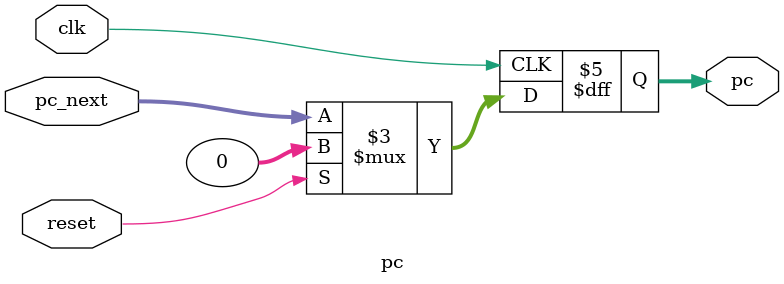
<source format=sv>
module pc  #(parameter WIDTH = 32)  // Parameterized width (default 1 bit)
  (
    input  logic [WIDTH-1:0] pc_next,      // Data input
    input  logic clk,                // Clock signal
    input  logic reset,              // Synchronous reset signal
    output logic [WIDTH-1:0] pc  // Output
  );

  always_ff @(posedge clk) begin
    if (reset) begin
      pc <= '0;  // Reset Q to 0 if reset is high (but only on clock edge)
    end else begin
      pc <= pc_next;   // On rising edge of clk, Q gets the value of D
    end
  end
endmodule

</source>
